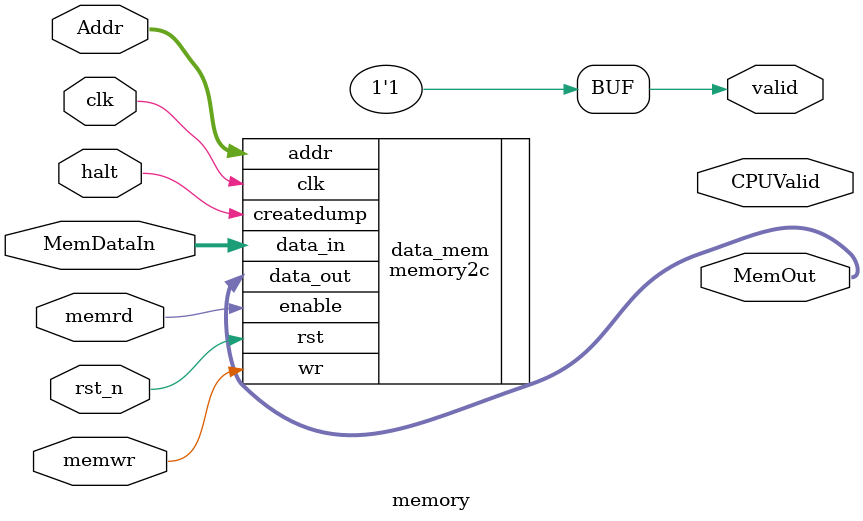
<source format=sv>
/*
   CS/ECE 552 Spring '20
  
   Filename        : memory.v
   Description     : This module contains all components in the Memory stage of the 
                     processor.
*/

// TODO: currently many unused signals, needs to be looked at once connected with other components

module memory #(parameter N=32)
( 

    // Input
	input clk, rst_n, halt, memrd, memwr,
    // Input and Output
	input   [N-1:0] Addr,      // Memory address to be accessed 
    //inout   [N-1:0] MemAddr0;   // Memory address being written/read to/from 
                                // MemInsel ? SPOut  :  ALUOut 
    input   [N-1:0] MemDataIn,  // Data that will be written into the memory
    output   [N-1:0] MemOut,     // The read data from memory 
	output CPUValid, valid

	// Output
    //output          MemEn0;     // Whether there is a request from the source module 
                                // (1 = Yes, 0 = No)
    //output          MemWrEn0;   // On write request, assert high. On read request, assert low 

);

	// Data Memory
	memory2c data_mem(
		.data_out(MemOut), .data_in(MemDataIn), .addr(Addr), .enable(memrd), 
		.wr(memwr), .createdump(halt), .clk(clk), .rst(rst_n)); 
	assign valid = 1'b1;
		
	/*memory_controller fullMem(.clk(clk), .rst_n(rst_n), .CPUen(memrd), 
			.AclEn(1'b0), .DMAEn(1'b0), .CPUWrEn(memwr), .AclWrEn(1'b0), .DMAWrEn(1'b0), .CPUAddr(Addr), .AclAddr(32'h00000000),
			.DMAAddr(32'h00000000), .CPUData(MemDataIn), .AclData(32'h00000000), .DMAData(32'h00000000), .CPUOut(MemOut), .AclOut(), .DMAOut(),
			.CPUValid(CPUValid), .AclValid(), .DMAValid()); */
   
endmodule

</source>
